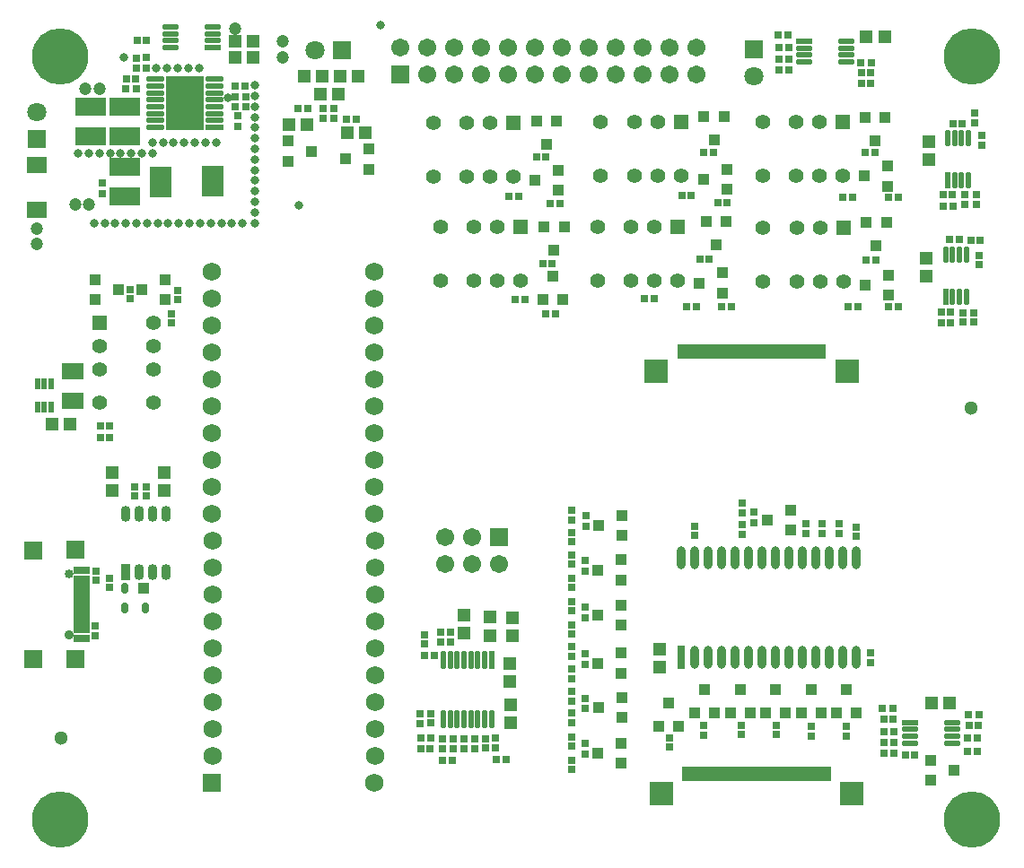
<source format=gts>
G04*
G04 #@! TF.GenerationSoftware,Altium Limited,Altium Designer,20.2.7 (254)*
G04*
G04 Layer_Color=8388736*
%FSLAX44Y44*%
%MOMM*%
G71*
G04*
G04 #@! TF.SameCoordinates,7D6B4F49-DC3A-4529-8959-06C9B6854153*
G04*
G04*
G04 #@! TF.FilePolarity,Negative*
G04*
G01*
G75*
%ADD49R,1.5032X0.8032*%
%ADD50R,1.5032X0.5032*%
%ADD51R,1.7032X1.7032*%
%ADD52R,0.8032X0.8032*%
%ADD53R,2.9032X1.8032*%
%ADD54R,0.8032X0.7532*%
%ADD55R,0.8032X0.8032*%
%ADD56R,0.7532X0.8032*%
%ADD57R,1.3032X1.2032*%
%ADD58R,0.6032X1.1032*%
%ADD59R,2.1082X2.9932*%
%ADD60O,1.7032X0.5532*%
%ADD61R,1.7032X0.5532*%
%ADD62R,3.6032X5.2032*%
%ADD63O,0.9032X1.5032*%
%ADD64R,0.9032X1.5032*%
%ADD65C,1.3000*%
%ADD66R,2.2032X2.2032*%
%ADD67R,0.5032X1.4032*%
%ADD68R,1.1032X1.0032*%
%ADD69R,1.0032X1.1032*%
%ADD70R,1.0832X1.0532*%
%ADD71O,0.7032X1.0532*%
%ADD72R,1.9632X1.5032*%
%ADD73R,2.0032X1.5032*%
%ADD74O,1.5532X0.5532*%
%ADD75R,1.5532X0.5532*%
%ADD76O,0.5532X1.5532*%
%ADD77R,0.5532X1.5532*%
%ADD78O,0.5532X1.7032*%
%ADD79R,0.5532X1.7032*%
%ADD80O,0.8032X2.2032*%
%ADD81R,0.8032X2.2032*%
%ADD82R,1.2032X1.3032*%
%ADD83C,0.9032*%
%ADD84C,0.8532*%
%ADD85C,5.3032*%
%ADD86C,1.4032*%
%ADD87R,1.4032X1.4032*%
%ADD88R,1.4032X1.4032*%
%ADD89C,1.7032*%
%ADD90R,1.7032X1.7032*%
%ADD91R,1.8032X1.8032*%
%ADD92C,1.8032*%
%ADD93R,1.8032X1.8032*%
%ADD94R,1.7272X1.7272*%
%ADD95C,1.7272*%
%ADD96C,1.2032*%
%ADD97C,0.8032*%
D49*
X60700Y210800D02*
D03*
X60675Y266750D02*
D03*
X60700Y218800D02*
D03*
X60675Y274750D02*
D03*
D50*
X60625Y260250D02*
D03*
Y255250D02*
D03*
Y230250D02*
D03*
Y250250D02*
D03*
Y235250D02*
D03*
Y240250D02*
D03*
Y245250D02*
D03*
Y225250D02*
D03*
D51*
X14790Y293846D02*
D03*
X54100Y191600D02*
D03*
Y294300D02*
D03*
X14800Y191500D02*
D03*
D52*
X208000Y704000D02*
D03*
Y694000D02*
D03*
X80000Y631000D02*
D03*
Y641000D02*
D03*
X121000Y749000D02*
D03*
Y759000D02*
D03*
X536378Y326277D02*
D03*
Y316277D02*
D03*
X535378Y284277D02*
D03*
Y274277D02*
D03*
Y196277D02*
D03*
Y186277D02*
D03*
X535378Y240278D02*
D03*
Y230278D02*
D03*
Y111277D02*
D03*
Y101277D02*
D03*
X535378Y154277D02*
D03*
Y144277D02*
D03*
X694870Y330310D02*
D03*
Y320310D02*
D03*
D53*
X101000Y656000D02*
D03*
Y628000D02*
D03*
X69000Y713000D02*
D03*
Y685000D02*
D03*
X101000Y713000D02*
D03*
Y685000D02*
D03*
D54*
X111500Y739000D02*
D03*
X102500D02*
D03*
X205500Y732000D02*
D03*
X214500D02*
D03*
X112500Y775000D02*
D03*
X121500D02*
D03*
X401090Y95480D02*
D03*
X410090D02*
D03*
X380090Y106490D02*
D03*
X389090D02*
D03*
X319460Y701310D02*
D03*
X310460D02*
D03*
X264560Y710720D02*
D03*
X273560D02*
D03*
X795660Y744500D02*
D03*
X804660D02*
D03*
X726660Y780500D02*
D03*
X717660D02*
D03*
X795660Y734500D02*
D03*
X804660D02*
D03*
X718160Y747500D02*
D03*
X727160D02*
D03*
Y757500D02*
D03*
X718160D02*
D03*
X727160Y768500D02*
D03*
X718160D02*
D03*
X882230Y696900D02*
D03*
X891230D02*
D03*
X872730Y629900D02*
D03*
X881730D02*
D03*
X879230Y587400D02*
D03*
X888230D02*
D03*
X871230Y518900D02*
D03*
X880230D02*
D03*
X873230Y618900D02*
D03*
X882230D02*
D03*
X899230Y586900D02*
D03*
X908230D02*
D03*
X871230Y508900D02*
D03*
X880230D02*
D03*
X460580Y96600D02*
D03*
X451580D02*
D03*
X647370Y669310D02*
D03*
X656370D02*
D03*
X489370Y665310D02*
D03*
X498370D02*
D03*
X800370Y568310D02*
D03*
X809370D02*
D03*
X380240Y116630D02*
D03*
X389240D02*
D03*
X393000Y194540D02*
D03*
X384000D02*
D03*
X660370Y622310D02*
D03*
X669370D02*
D03*
X502370Y621310D02*
D03*
X511370D02*
D03*
X821370Y524310D02*
D03*
X830370D02*
D03*
X591370Y531310D02*
D03*
X600370D02*
D03*
X643500Y569000D02*
D03*
X652500D02*
D03*
X799370Y669310D02*
D03*
X808370D02*
D03*
X495370Y564310D02*
D03*
X504370D02*
D03*
X626370Y629310D02*
D03*
X635370D02*
D03*
X664370Y524310D02*
D03*
X673370D02*
D03*
X821370Y627310D02*
D03*
X830370D02*
D03*
X498370Y517310D02*
D03*
X507370D02*
D03*
X463370Y628310D02*
D03*
X472370D02*
D03*
X783370Y524310D02*
D03*
X792370D02*
D03*
X631370D02*
D03*
X640370D02*
D03*
X778370Y627310D02*
D03*
X787370D02*
D03*
X825870Y134310D02*
D03*
X816870D02*
D03*
X846370Y100310D02*
D03*
X837370D02*
D03*
X826370Y102306D02*
D03*
X817370D02*
D03*
X826370Y122306D02*
D03*
X817370D02*
D03*
X469329Y530537D02*
D03*
X478329D02*
D03*
X897370Y128310D02*
D03*
X906370D02*
D03*
X896370Y116310D02*
D03*
X905370D02*
D03*
X896370Y104310D02*
D03*
X905370D02*
D03*
X77920Y400600D02*
D03*
X86920D02*
D03*
X86920Y411600D02*
D03*
X77920D02*
D03*
D55*
X112000Y730000D02*
D03*
X102000D02*
D03*
X205000Y722000D02*
D03*
X215000D02*
D03*
X205000Y713000D02*
D03*
X215000D02*
D03*
X906870Y138310D02*
D03*
X896870D02*
D03*
X805160Y754500D02*
D03*
X795160D02*
D03*
X815870Y144310D02*
D03*
X825870D02*
D03*
X816870Y112306D02*
D03*
X826870D02*
D03*
D56*
X112000Y749500D02*
D03*
Y758500D02*
D03*
X410870Y106670D02*
D03*
Y115670D02*
D03*
X379390Y139660D02*
D03*
Y130660D02*
D03*
X441270Y116250D02*
D03*
Y107250D02*
D03*
X758870Y309810D02*
D03*
Y318810D02*
D03*
X774870Y309810D02*
D03*
Y318810D02*
D03*
X791254Y306787D02*
D03*
Y315788D02*
D03*
X804870Y196810D02*
D03*
Y187810D02*
D03*
X638254Y307787D02*
D03*
Y316787D02*
D03*
X743870Y318810D02*
D03*
Y309810D02*
D03*
X781258Y127288D02*
D03*
Y118287D02*
D03*
X748258Y127288D02*
D03*
Y118287D02*
D03*
X614870Y116810D02*
D03*
Y107810D02*
D03*
X715258Y128787D02*
D03*
Y119788D02*
D03*
X647258Y128287D02*
D03*
Y119288D02*
D03*
X682258Y128787D02*
D03*
Y119788D02*
D03*
X86300Y267570D02*
D03*
Y258570D02*
D03*
X73000Y213500D02*
D03*
Y222500D02*
D03*
X74000Y265500D02*
D03*
Y274500D02*
D03*
X420870Y106810D02*
D03*
Y115810D02*
D03*
X297960Y710810D02*
D03*
Y701810D02*
D03*
X287960Y710810D02*
D03*
Y701810D02*
D03*
X400630Y106740D02*
D03*
Y115740D02*
D03*
X902730Y697400D02*
D03*
Y706400D02*
D03*
X909730Y676400D02*
D03*
Y685400D02*
D03*
X906730Y563400D02*
D03*
Y572400D02*
D03*
X893730Y620400D02*
D03*
Y629400D02*
D03*
X891730Y509400D02*
D03*
Y518400D02*
D03*
X904730Y629400D02*
D03*
Y620400D02*
D03*
X901730Y518400D02*
D03*
Y509400D02*
D03*
X383550Y214440D02*
D03*
Y205440D02*
D03*
X398940Y207240D02*
D03*
Y216240D02*
D03*
X121470Y353980D02*
D03*
Y344980D02*
D03*
X389870Y139810D02*
D03*
Y130810D02*
D03*
X110470Y353980D02*
D03*
Y344980D02*
D03*
X408600Y207420D02*
D03*
Y216420D02*
D03*
X431090Y115750D02*
D03*
Y106750D02*
D03*
X450920Y116320D02*
D03*
Y107320D02*
D03*
X522378Y331777D02*
D03*
Y322777D02*
D03*
Y310777D02*
D03*
Y301777D02*
D03*
Y289777D02*
D03*
Y280777D02*
D03*
Y267777D02*
D03*
Y258778D02*
D03*
Y202777D02*
D03*
Y193778D02*
D03*
Y181777D02*
D03*
Y172778D02*
D03*
X522378Y245777D02*
D03*
Y236777D02*
D03*
Y223778D02*
D03*
Y214778D02*
D03*
X522378Y117777D02*
D03*
Y108778D02*
D03*
Y95777D02*
D03*
Y86777D02*
D03*
X145100Y508440D02*
D03*
Y517440D02*
D03*
X522378Y160777D02*
D03*
Y151777D02*
D03*
X522374Y140278D02*
D03*
Y131278D02*
D03*
X683378Y308777D02*
D03*
Y317777D02*
D03*
X683374Y329277D02*
D03*
Y338278D02*
D03*
X106100Y531440D02*
D03*
Y540440D02*
D03*
X151100Y530440D02*
D03*
Y539440D02*
D03*
D57*
X49500Y413000D02*
D03*
X32500D02*
D03*
X817660Y778500D02*
D03*
X800660D02*
D03*
X310960Y688310D02*
D03*
X327960D02*
D03*
X272560Y695720D02*
D03*
X255560D02*
D03*
X302460Y724310D02*
D03*
X285460D02*
D03*
X270460Y741310D02*
D03*
X287460D02*
D03*
X321460Y741310D02*
D03*
X304460D02*
D03*
X861870Y149310D02*
D03*
X878870D02*
D03*
X205000Y759000D02*
D03*
X222000D02*
D03*
X205000Y774500D02*
D03*
X222000D02*
D03*
D58*
X18500Y451000D02*
D03*
X25000D02*
D03*
X31500D02*
D03*
X18500Y429000D02*
D03*
X25000D02*
D03*
X31500D02*
D03*
D59*
X135000Y642000D02*
D03*
X183510Y642247D02*
D03*
D60*
X186000Y712750D02*
D03*
Y719250D02*
D03*
Y699750D02*
D03*
Y706250D02*
D03*
Y738750D02*
D03*
Y725750D02*
D03*
Y732250D02*
D03*
X130000Y738750D02*
D03*
Y732250D02*
D03*
Y719250D02*
D03*
Y725750D02*
D03*
Y712750D02*
D03*
Y699750D02*
D03*
Y706250D02*
D03*
Y693250D02*
D03*
D61*
X186000D02*
D03*
D62*
X158000Y716000D02*
D03*
D63*
X139870Y328480D02*
D03*
X127170D02*
D03*
X114470D02*
D03*
X101770D02*
D03*
X139870Y273480D02*
D03*
X127170D02*
D03*
X114470D02*
D03*
D64*
X101770D02*
D03*
D65*
X899200Y427980D02*
D03*
X41030Y116800D02*
D03*
D66*
X602120Y462810D02*
D03*
X782120D02*
D03*
X606870Y64185D02*
D03*
X786870D02*
D03*
D67*
X759870Y481310D02*
D03*
X754870D02*
D03*
X749870D02*
D03*
X744870D02*
D03*
X739870D02*
D03*
X734870D02*
D03*
X729870D02*
D03*
X714870D02*
D03*
X709870D02*
D03*
X704870D02*
D03*
X699870D02*
D03*
X684870D02*
D03*
X679870D02*
D03*
X674870D02*
D03*
X669870D02*
D03*
X664870D02*
D03*
X659870D02*
D03*
X654870D02*
D03*
X649870D02*
D03*
X644870D02*
D03*
X639870D02*
D03*
X634870D02*
D03*
X629870D02*
D03*
X624870D02*
D03*
X694870D02*
D03*
X689870D02*
D03*
X724870D02*
D03*
X719870D02*
D03*
X764620Y82685D02*
D03*
X759620D02*
D03*
X754620D02*
D03*
X749620D02*
D03*
X744620D02*
D03*
X739620D02*
D03*
X734620D02*
D03*
X719620D02*
D03*
X714620D02*
D03*
X709620D02*
D03*
X704620D02*
D03*
X689620D02*
D03*
X684620D02*
D03*
X679620D02*
D03*
X674620D02*
D03*
X669620D02*
D03*
X664620D02*
D03*
X659620D02*
D03*
X654620D02*
D03*
X649620D02*
D03*
X644620D02*
D03*
X639620D02*
D03*
X634620D02*
D03*
X629620D02*
D03*
X699620D02*
D03*
X694620D02*
D03*
X729620D02*
D03*
X724620D02*
D03*
D68*
X668870Y653810D02*
D03*
X646870Y644310D02*
D03*
X668870Y634810D02*
D03*
X509870Y652810D02*
D03*
X487870Y643310D02*
D03*
X509870Y633810D02*
D03*
X821870Y553810D02*
D03*
X799870Y544310D02*
D03*
X821870Y534810D02*
D03*
X664870Y555810D02*
D03*
X642870Y546310D02*
D03*
X664870Y536810D02*
D03*
X820870Y656810D02*
D03*
X798870Y647310D02*
D03*
X820870Y637810D02*
D03*
X139100Y549440D02*
D03*
X117100Y539940D02*
D03*
X139100Y530440D02*
D03*
X330960Y672810D02*
D03*
X308960Y663310D02*
D03*
X330960Y653810D02*
D03*
X255060Y661220D02*
D03*
X277060Y670720D02*
D03*
X255060Y680220D02*
D03*
X860870Y76810D02*
D03*
X882870Y86310D02*
D03*
X860870Y95810D02*
D03*
X569378Y284777D02*
D03*
X547378Y275277D02*
D03*
X569378Y265777D02*
D03*
X569377Y196777D02*
D03*
X547377Y187277D02*
D03*
X569377Y177777D02*
D03*
X570377Y326777D02*
D03*
X548376Y317277D02*
D03*
X570377Y307777D02*
D03*
X569374Y242278D02*
D03*
X547374Y232778D02*
D03*
X569374Y223277D02*
D03*
X569377Y111777D02*
D03*
X547377Y102277D02*
D03*
X569377Y92777D02*
D03*
X570377Y154777D02*
D03*
X548377Y145277D02*
D03*
X570377Y135777D02*
D03*
X728870Y331810D02*
D03*
X706870Y322310D02*
D03*
X728870Y312810D02*
D03*
X73100Y530440D02*
D03*
X95100Y539940D02*
D03*
X73100Y549440D02*
D03*
D69*
X514370Y530310D02*
D03*
X504870Y552310D02*
D03*
X495370Y530310D02*
D03*
X623370Y127310D02*
D03*
X613870Y149310D02*
D03*
X604370Y127310D02*
D03*
X791370Y140310D02*
D03*
X781870Y162310D02*
D03*
X772370Y140310D02*
D03*
X758370D02*
D03*
X748870Y162310D02*
D03*
X739370Y140310D02*
D03*
X657370D02*
D03*
X647870Y162310D02*
D03*
X638370Y140310D02*
D03*
X724370D02*
D03*
X714870Y162310D02*
D03*
X705370Y140310D02*
D03*
X691370D02*
D03*
X681870Y162310D02*
D03*
X672370Y140310D02*
D03*
X647370Y703310D02*
D03*
X656870Y681310D02*
D03*
X666370Y703310D02*
D03*
X489370Y699310D02*
D03*
X498870Y677310D02*
D03*
X508370Y699310D02*
D03*
X800370Y603310D02*
D03*
X809870Y581310D02*
D03*
X819370Y603310D02*
D03*
X649500Y604000D02*
D03*
X659000Y582000D02*
D03*
X668500Y604000D02*
D03*
X799143Y702269D02*
D03*
X808643Y680269D02*
D03*
X818143Y702269D02*
D03*
X496500Y599000D02*
D03*
X506000Y577000D02*
D03*
X515500Y599000D02*
D03*
D70*
X118340Y258490D02*
D03*
D71*
X101340D02*
D03*
X120340Y239490D02*
D03*
X101340D02*
D03*
D72*
X18000Y615400D02*
D03*
Y658000D02*
D03*
D73*
X52000Y435000D02*
D03*
Y463000D02*
D03*
D74*
X781660Y774500D02*
D03*
Y768000D02*
D03*
Y761500D02*
D03*
Y755000D02*
D03*
X742160D02*
D03*
Y761500D02*
D03*
Y768000D02*
D03*
X881370Y131310D02*
D03*
Y124810D02*
D03*
Y118310D02*
D03*
Y111810D02*
D03*
X841870D02*
D03*
Y118310D02*
D03*
Y124810D02*
D03*
X144500Y768500D02*
D03*
Y775000D02*
D03*
Y781500D02*
D03*
Y788000D02*
D03*
X184000D02*
D03*
Y781500D02*
D03*
Y775000D02*
D03*
D75*
X742160Y774500D02*
D03*
X841870Y131310D02*
D03*
X184000Y768500D02*
D03*
D76*
X877230Y682900D02*
D03*
X883730D02*
D03*
X890230D02*
D03*
X896730D02*
D03*
Y643400D02*
D03*
X890230D02*
D03*
X883730D02*
D03*
X875230Y572900D02*
D03*
X881730D02*
D03*
X888230D02*
D03*
X894730D02*
D03*
Y533400D02*
D03*
X888230D02*
D03*
X881730D02*
D03*
D77*
X877230Y643400D02*
D03*
X875230Y533400D02*
D03*
D78*
X446870Y134310D02*
D03*
X440370D02*
D03*
X433870D02*
D03*
X427370D02*
D03*
X420870D02*
D03*
X414370D02*
D03*
X407870D02*
D03*
Y190310D02*
D03*
X414370D02*
D03*
X420870D02*
D03*
X427370D02*
D03*
X433870D02*
D03*
X440370D02*
D03*
X401370Y134310D02*
D03*
Y190310D02*
D03*
D79*
X446870D02*
D03*
D80*
X714604Y287288D02*
D03*
X727304D02*
D03*
X676504D02*
D03*
X778104D02*
D03*
X790804D02*
D03*
X765404D02*
D03*
X740004D02*
D03*
X752704D02*
D03*
X663804D02*
D03*
X638404D02*
D03*
X651104D02*
D03*
X625704D02*
D03*
X778104Y193288D02*
D03*
X752704D02*
D03*
X765404D02*
D03*
X790804D02*
D03*
X651104D02*
D03*
X701904D02*
D03*
X689204D02*
D03*
X663804D02*
D03*
X676504D02*
D03*
X638404D02*
D03*
X740004D02*
D03*
X727304D02*
D03*
X714604D02*
D03*
X701904Y287288D02*
D03*
X689204D02*
D03*
D81*
X625704Y193288D02*
D03*
D82*
X605870Y183810D02*
D03*
Y200810D02*
D03*
X859730Y662400D02*
D03*
Y679400D02*
D03*
X856730Y552400D02*
D03*
Y569400D02*
D03*
X89470Y349980D02*
D03*
Y366980D02*
D03*
X138470Y349980D02*
D03*
Y366980D02*
D03*
X464870Y147810D02*
D03*
Y130810D02*
D03*
X421070Y215750D02*
D03*
Y232750D02*
D03*
X463870Y169810D02*
D03*
Y186810D02*
D03*
X466580Y213440D02*
D03*
Y230440D02*
D03*
X445320Y213580D02*
D03*
Y230580D02*
D03*
D83*
X48100Y213900D02*
D03*
D84*
X48300Y271700D02*
D03*
D85*
X40040Y759940D02*
D03*
Y39960D02*
D03*
X900000Y39980D02*
D03*
X900030Y759940D02*
D03*
D86*
X549871Y647508D02*
D03*
X581871D02*
D03*
X603871D02*
D03*
X625871D02*
D03*
X549871Y698308D02*
D03*
X581871D02*
D03*
X603871D02*
D03*
X391871Y646509D02*
D03*
X423871D02*
D03*
X445871D02*
D03*
X467871D02*
D03*
X391871Y697309D02*
D03*
X423871D02*
D03*
X445871D02*
D03*
X702871Y547509D02*
D03*
X734871D02*
D03*
X756871D02*
D03*
X778871D02*
D03*
X702871Y598309D02*
D03*
X734871D02*
D03*
X756871D02*
D03*
X546871Y548509D02*
D03*
X578871D02*
D03*
X600871D02*
D03*
X622871D02*
D03*
X546871Y599309D02*
D03*
X578871D02*
D03*
X600871D02*
D03*
X702644Y647468D02*
D03*
X734644D02*
D03*
X756644D02*
D03*
X778644D02*
D03*
X702644Y698268D02*
D03*
X734644D02*
D03*
X756644D02*
D03*
X398644Y548468D02*
D03*
X430644D02*
D03*
X452644D02*
D03*
X474644D02*
D03*
X398644Y599268D02*
D03*
X430644D02*
D03*
X452644D02*
D03*
X128100Y432940D02*
D03*
Y464940D02*
D03*
Y486940D02*
D03*
Y508940D02*
D03*
X77300Y432940D02*
D03*
Y464940D02*
D03*
Y486940D02*
D03*
D87*
X625871Y698308D02*
D03*
X467871Y697309D02*
D03*
X778871Y598309D02*
D03*
X622871Y599309D02*
D03*
X778644Y698268D02*
D03*
X474644Y599268D02*
D03*
D88*
X77300Y508940D02*
D03*
D89*
X640270Y768310D02*
D03*
X614870D02*
D03*
X640270Y742910D02*
D03*
X614870D02*
D03*
X360870Y768310D02*
D03*
X386270D02*
D03*
X411670D02*
D03*
X437070D02*
D03*
X462470D02*
D03*
X487870D02*
D03*
X513270D02*
D03*
X538670D02*
D03*
X564070D02*
D03*
X589470D02*
D03*
Y742910D02*
D03*
X564070D02*
D03*
X538670D02*
D03*
X513270D02*
D03*
X487870D02*
D03*
X462470D02*
D03*
X437070D02*
D03*
X411670D02*
D03*
X386270D02*
D03*
X403120Y281010D02*
D03*
Y306410D02*
D03*
X428520Y281010D02*
D03*
Y306410D02*
D03*
X453920Y281010D02*
D03*
D90*
X360870Y742910D02*
D03*
X453920Y306410D02*
D03*
D91*
X305660Y766310D02*
D03*
D92*
X280260D02*
D03*
X694160Y741300D02*
D03*
X18000Y707700D02*
D03*
D93*
X694160Y766700D02*
D03*
X18000Y682300D02*
D03*
D94*
X183220Y74340D02*
D03*
D95*
X183620Y99740D02*
D03*
Y125140D02*
D03*
Y150540D02*
D03*
Y175940D02*
D03*
Y201340D02*
D03*
Y226740D02*
D03*
Y252140D02*
D03*
Y277540D02*
D03*
Y302940D02*
D03*
X183220Y328340D02*
D03*
Y353740D02*
D03*
Y379140D02*
D03*
Y404540D02*
D03*
Y429940D02*
D03*
Y455340D02*
D03*
Y480740D02*
D03*
Y506140D02*
D03*
Y531540D02*
D03*
Y556940D02*
D03*
X336520Y74340D02*
D03*
X336920Y99740D02*
D03*
Y125140D02*
D03*
Y150540D02*
D03*
Y175940D02*
D03*
Y201340D02*
D03*
Y226740D02*
D03*
Y252140D02*
D03*
Y277540D02*
D03*
Y302940D02*
D03*
X336520Y328340D02*
D03*
Y353740D02*
D03*
Y379140D02*
D03*
Y404540D02*
D03*
Y429940D02*
D03*
Y455340D02*
D03*
Y480740D02*
D03*
Y506140D02*
D03*
Y531540D02*
D03*
Y556940D02*
D03*
D96*
X250000Y759000D02*
D03*
Y774500D02*
D03*
X205000Y786000D02*
D03*
X54000Y620050D02*
D03*
X67000D02*
D03*
X77000Y730000D02*
D03*
X64000D02*
D03*
X18000Y583000D02*
D03*
Y598000D02*
D03*
D97*
X342000Y790000D02*
D03*
X265000Y620000D02*
D03*
X224000Y613000D02*
D03*
Y623000D02*
D03*
X182000Y603000D02*
D03*
X122000D02*
D03*
X212000D02*
D03*
X162000D02*
D03*
X112000D02*
D03*
X132000D02*
D03*
X192000D02*
D03*
X142000D02*
D03*
X224000Y603000D02*
D03*
X82000Y603000D02*
D03*
X202000D02*
D03*
X102000D02*
D03*
X152000D02*
D03*
X92000D02*
D03*
X72000D02*
D03*
X172000D02*
D03*
X224000Y653000D02*
D03*
Y643000D02*
D03*
Y633000D02*
D03*
Y683000D02*
D03*
Y673000D02*
D03*
Y663000D02*
D03*
Y693000D02*
D03*
Y703000D02*
D03*
Y713000D02*
D03*
Y723000D02*
D03*
Y733000D02*
D03*
X197988Y721000D02*
D03*
X100000Y759000D02*
D03*
X148000Y696000D02*
D03*
Y706000D02*
D03*
X168000Y696000D02*
D03*
Y706000D02*
D03*
Y726000D02*
D03*
Y736000D02*
D03*
X148000D02*
D03*
Y726000D02*
D03*
Y716000D02*
D03*
X168000D02*
D03*
X158000Y696000D02*
D03*
Y706000D02*
D03*
Y736000D02*
D03*
Y726000D02*
D03*
Y716000D02*
D03*
X171000Y749000D02*
D03*
X161000D02*
D03*
X151000D02*
D03*
X141000D02*
D03*
X131000D02*
D03*
X187000Y679000D02*
D03*
X177000D02*
D03*
X167000D02*
D03*
X157000D02*
D03*
X147000D02*
D03*
X137000D02*
D03*
X127000D02*
D03*
Y669000D02*
D03*
X117000D02*
D03*
X107000D02*
D03*
X97000D02*
D03*
X87000D02*
D03*
X77000D02*
D03*
X67000D02*
D03*
X57000D02*
D03*
M02*

</source>
